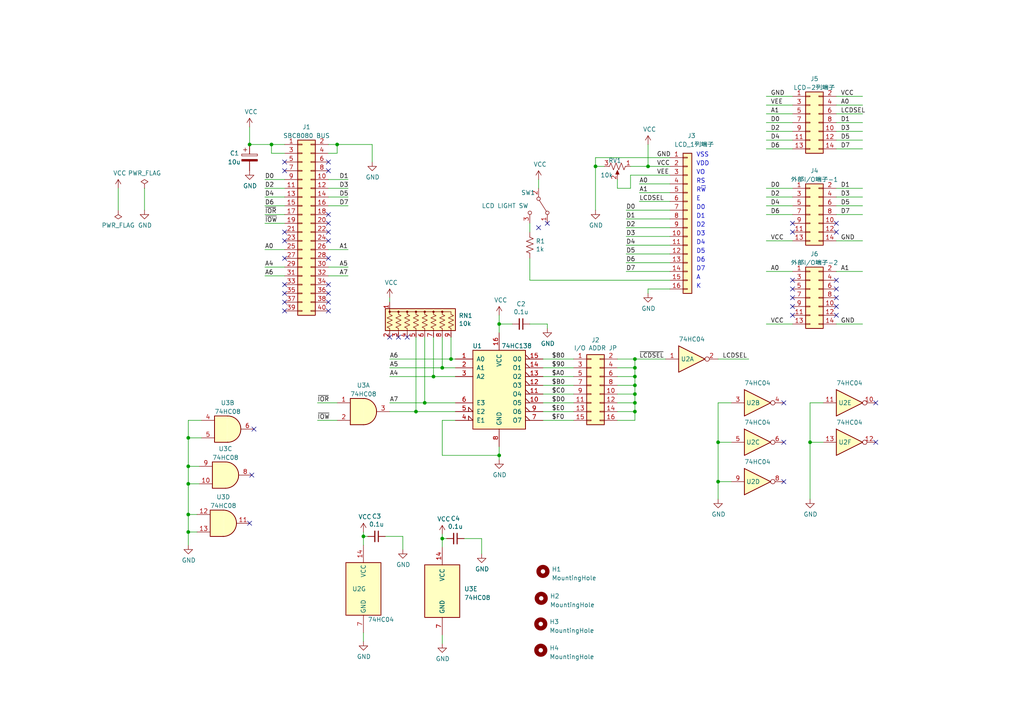
<source format=kicad_sch>
(kicad_sch (version 20230121) (generator eeschema)
  (paper "A4")
  (title_block (title "KZ80 LCD SC1602 BOARD") (date "2023-03-24") (rev "2") (company "KUNI-NET"))
  (lib_symbols
    (symbol "74xx:74HC04"
      (property "Reference" "U" (at 0 1.27 0))
      (property "Value" "74HC04" (at 0 -1.27 0))
      (symbol "74HC04_1_0"
        (pin input line (at -7.62 0 0) (length 3.81) (name "~") (number "1"))
        (pin output inverted (at 7.62 0 180) (length 3.81) (name "~") (number "2"))
      )
      (symbol "74HC04_2_0"
        (pin input line (at -7.62 0 0) (length 3.81) (name "~") (number "3"))
        (pin output inverted (at 7.62 0 180) (length 3.81) (name "~") (number "4"))
      )
      (symbol "74HC04_3_0"
        (pin input line (at -7.62 0 0) (length 3.81) (name "~") (number "5"))
        (pin output inverted (at 7.62 0 180) (length 3.81) (name "~") (number "6"))
      )
      (symbol "74HC04_4_0"
        (pin output inverted (at 7.62 0 180) (length 3.81) (name "~") (number "8"))
        (pin input line (at -7.62 0 0) (length 3.81) (name "~") (number "9"))
      )
      (symbol "74HC04_5_0"
        (pin output inverted (at 7.62 0 180) (length 3.81) (name "~") (number "10"))
        (pin input line (at -7.62 0 0) (length 3.81) (name "~") (number "11"))
      )
      (symbol "74HC04_6_0"
        (pin output inverted (at 7.62 0 180) (length 3.81) (name "~") (number "12"))
        (pin input line (at -7.62 0 0) (length 3.81) (name "~") (number "13"))
      )
      (symbol "74HC04_7_0"
        (pin power_in line (at 0 12.7 270) (length 5.08) (name "VCC") (number "14"))
        (pin power_in line (at 0 -12.7 90) (length 5.08) (name "GND") (number "7"))
      )
    )
    (symbol "74xx:74LS08" (pin_names (offset 1.016))
      (property "Reference" "U" (at 0 1.27 0))
      (property "Value" "74LS08" (at 0 -1.27 0))
      (symbol "74LS08_1_1"
        (pin input line (at -7.62 2.54 0) (length 3.81) (name "~") (number "1"))
        (pin input line (at -7.62 -2.54 0) (length 3.81) (name "~") (number "2"))
        (pin output line (at 7.62 0 180) (length 3.81) (name "~") (number "3"))
      )
      (symbol "74LS08_1_2"
        (pin input inverted (at -7.62 2.54 0) (length 4.318) (name "~") (number "1"))
        (pin input inverted (at -7.62 -2.54 0) (length 4.318) (name "~") (number "2"))
        (pin output inverted (at 7.62 0 180) (length 3.81) (name "~") (number "3"))
      )
      (symbol "74LS08_2_1"
        (pin input line (at -7.62 2.54 0) (length 3.81) (name "~") (number "4"))
        (pin input line (at -7.62 -2.54 0) (length 3.81) (name "~") (number "5"))
        (pin output line (at 7.62 0 180) (length 3.81) (name "~") (number "6"))
      )
      (symbol "74LS08_2_2"
        (pin input inverted (at -7.62 2.54 0) (length 4.318) (name "~") (number "4"))
        (pin input inverted (at -7.62 -2.54 0) (length 4.318) (name "~") (number "5"))
        (pin output inverted (at 7.62 0 180) (length 3.81) (name "~") (number "6"))
      )
      (symbol "74LS08_3_1"
        (pin input line (at -7.62 -2.54 0) (length 3.81) (name "~") (number "10"))
        (pin output line (at 7.62 0 180) (length 3.81) (name "~") (number "8"))
        (pin input line (at -7.62 2.54 0) (length 3.81) (name "~") (number "9"))
      )
      (symbol "74LS08_3_2"
        (pin input inverted (at -7.62 -2.54 0) (length 4.318) (name "~") (number "10"))
        (pin output inverted (at 7.62 0 180) (length 3.81) (name "~") (number "8"))
        (pin input inverted (at -7.62 2.54 0) (length 4.318) (name "~") (number "9"))
      )
      (symbol "74LS08_4_1"
        (pin output line (at 7.62 0 180) (length 3.81) (name "~") (number "11"))
        (pin input line (at -7.62 2.54 0) (length 3.81) (name "~") (number "12"))
        (pin input line (at -7.62 -2.54 0) (length 3.81) (name "~") (number "13"))
      )
      (symbol "74LS08_4_2"
        (pin output inverted (at 7.62 0 180) (length 3.81) (name "~") (number "11"))
        (pin input inverted (at -7.62 2.54 0) (length 4.318) (name "~") (number "12"))
        (pin input inverted (at -7.62 -2.54 0) (length 4.318) (name "~") (number "13"))
      )
      (symbol "74LS08_5_0"
        (pin power_in line (at 0 12.7 270) (length 5.08) (name "VCC") (number "14"))
        (pin power_in line (at 0 -12.7 90) (length 5.08) (name "GND") (number "7"))
      )
    )
    (symbol "74xx:74LS138" (pin_names (offset 1.016))
      (property "Reference" "U" (at -7.62 11.43 0))
      (property "Value" "74LS138" (at -7.62 -13.97 0))
      (symbol "74LS138_1_0"
        (pin input line (at -12.7 7.62 0) (length 5.08) (name "A0") (number "1"))
        (pin output output_low (at 12.7 -5.08 180) (length 5.08) (name "O5") (number "10"))
        (pin output output_low (at 12.7 -2.54 180) (length 5.08) (name "O4") (number "11"))
        (pin output output_low (at 12.7 0 180) (length 5.08) (name "O3") (number "12"))
        (pin output output_low (at 12.7 2.54 180) (length 5.08) (name "O2") (number "13"))
        (pin output output_low (at 12.7 5.08 180) (length 5.08) (name "O1") (number "14"))
        (pin output output_low (at 12.7 7.62 180) (length 5.08) (name "O0") (number "15"))
        (pin power_in line (at 0 15.24 270) (length 5.08) (name "VCC") (number "16"))
        (pin input line (at -12.7 5.08 0) (length 5.08) (name "A1") (number "2"))
        (pin input line (at -12.7 2.54 0) (length 5.08) (name "A2") (number "3"))
        (pin input input_low (at -12.7 -10.16 0) (length 5.08) (name "E1") (number "4"))
        (pin input input_low (at -12.7 -7.62 0) (length 5.08) (name "E2") (number "5"))
        (pin input line (at -12.7 -5.08 0) (length 5.08) (name "E3") (number "6"))
        (pin output output_low (at 12.7 -10.16 180) (length 5.08) (name "O7") (number "7"))
        (pin power_in line (at 0 -17.78 90) (length 5.08) (name "GND") (number "8"))
        (pin output output_low (at 12.7 -7.62 180) (length 5.08) (name "O6") (number "9"))
      )
    )
    (symbol "Connector_Generic:Conn_01x16" (pin_names (offset 1.016) hide)
      (property "Reference" "J" (at 0 20.32 0))
      (property "Value" "Conn_01x16" (at 0 -22.86 0))
      (symbol "Conn_01x16_1_1"
        (pin passive line (at -5.08 17.78 0) (length 3.81) (name "Pin_1") (number "1"))
        (pin passive line (at -5.08 -5.08 0) (length 3.81) (name "Pin_10") (number "10"))
        (pin passive line (at -5.08 -7.62 0) (length 3.81) (name "Pin_11") (number "11"))
        (pin passive line (at -5.08 -10.16 0) (length 3.81) (name "Pin_12") (number "12"))
        (pin passive line (at -5.08 -12.7 0) (length 3.81) (name "Pin_13") (number "13"))
        (pin passive line (at -5.08 -15.24 0) (length 3.81) (name "Pin_14") (number "14"))
        (pin passive line (at -5.08 -17.78 0) (length 3.81) (name "Pin_15") (number "15"))
        (pin passive line (at -5.08 -20.32 0) (length 3.81) (name "Pin_16") (number "16"))
        (pin passive line (at -5.08 15.24 0) (length 3.81) (name "Pin_2") (number "2"))
        (pin passive line (at -5.08 12.7 0) (length 3.81) (name "Pin_3") (number "3"))
        (pin passive line (at -5.08 10.16 0) (length 3.81) (name "Pin_4") (number "4"))
        (pin passive line (at -5.08 7.62 0) (length 3.81) (name "Pin_5") (number "5"))
        (pin passive line (at -5.08 5.08 0) (length 3.81) (name "Pin_6") (number "6"))
        (pin passive line (at -5.08 2.54 0) (length 3.81) (name "Pin_7") (number "7"))
        (pin passive line (at -5.08 0 0) (length 3.81) (name "Pin_8") (number "8"))
        (pin passive line (at -5.08 -2.54 0) (length 3.81) (name "Pin_9") (number "9"))
      )
    )
    (symbol "Connector_Generic:Conn_02x07_Odd_Even" (pin_names (offset 1.016) hide)
      (property "Reference" "J" (at 1.27 10.16 0))
      (property "Value" "Conn_02x07_Odd_Even" (at 1.27 -10.16 0))
      (symbol "Conn_02x07_Odd_Even_1_1"
        (pin passive line (at -5.08 7.62 0) (length 3.81) (name "Pin_1") (number "1"))
        (pin passive line (at 7.62 -2.54 180) (length 3.81) (name "Pin_10") (number "10"))
        (pin passive line (at -5.08 -5.08 0) (length 3.81) (name "Pin_11") (number "11"))
        (pin passive line (at 7.62 -5.08 180) (length 3.81) (name "Pin_12") (number "12"))
        (pin passive line (at -5.08 -7.62 0) (length 3.81) (name "Pin_13") (number "13"))
        (pin passive line (at 7.62 -7.62 180) (length 3.81) (name "Pin_14") (number "14"))
        (pin passive line (at 7.62 7.62 180) (length 3.81) (name "Pin_2") (number "2"))
        (pin passive line (at -5.08 5.08 0) (length 3.81) (name "Pin_3") (number "3"))
        (pin passive line (at 7.62 5.08 180) (length 3.81) (name "Pin_4") (number "4"))
        (pin passive line (at -5.08 2.54 0) (length 3.81) (name "Pin_5") (number "5"))
        (pin passive line (at 7.62 2.54 180) (length 3.81) (name "Pin_6") (number "6"))
        (pin passive line (at -5.08 0 0) (length 3.81) (name "Pin_7") (number "7"))
        (pin passive line (at 7.62 0 180) (length 3.81) (name "Pin_8") (number "8"))
        (pin passive line (at -5.08 -2.54 0) (length 3.81) (name "Pin_9") (number "9"))
      )
    )
    (symbol "Connector_Generic:Conn_02x08_Odd_Even" (pin_names (offset 1.016) hide)
      (property "Reference" "J" (at 1.27 10.16 0))
      (property "Value" "Conn_02x08_Odd_Even" (at 1.27 -12.7 0))
      (symbol "Conn_02x08_Odd_Even_1_1"
        (pin passive line (at -5.08 7.62 0) (length 3.81) (name "Pin_1") (number "1"))
        (pin passive line (at 7.62 -2.54 180) (length 3.81) (name "Pin_10") (number "10"))
        (pin passive line (at -5.08 -5.08 0) (length 3.81) (name "Pin_11") (number "11"))
        (pin passive line (at 7.62 -5.08 180) (length 3.81) (name "Pin_12") (number "12"))
        (pin passive line (at -5.08 -7.62 0) (length 3.81) (name "Pin_13") (number "13"))
        (pin passive line (at 7.62 -7.62 180) (length 3.81) (name "Pin_14") (number "14"))
        (pin passive line (at -5.08 -10.16 0) (length 3.81) (name "Pin_15") (number "15"))
        (pin passive line (at 7.62 -10.16 180) (length 3.81) (name "Pin_16") (number "16"))
        (pin passive line (at 7.62 7.62 180) (length 3.81) (name "Pin_2") (number "2"))
        (pin passive line (at -5.08 5.08 0) (length 3.81) (name "Pin_3") (number "3"))
        (pin passive line (at 7.62 5.08 180) (length 3.81) (name "Pin_4") (number "4"))
        (pin passive line (at -5.08 2.54 0) (length 3.81) (name "Pin_5") (number "5"))
        (pin passive line (at 7.62 2.54 180) (length 3.81) (name "Pin_6") (number "6"))
        (pin passive line (at -5.08 0 0) (length 3.81) (name "Pin_7") (number "7"))
        (pin passive line (at 7.62 0 180) (length 3.81) (name "Pin_8") (number "8"))
        (pin passive line (at -5.08 -2.54 0) (length 3.81) (name "Pin_9") (number "9"))
      )
    )
    (symbol "Connector_Generic:Conn_02x20_Odd_Even" (pin_names (offset 1.016) hide)
      (property "Reference" "J" (at 1.27 25.4 0))
      (property "Value" "Conn_02x20_Odd_Even" (at 1.27 -27.94 0))
      (symbol "Conn_02x20_Odd_Even_1_1"
        (pin passive line (at -5.08 22.86 0) (length 3.81) (name "Pin_1") (number "1"))
        (pin passive line (at 7.62 12.7 180) (length 3.81) (name "Pin_10") (number "10"))
        (pin passive line (at -5.08 10.16 0) (length 3.81) (name "Pin_11") (number "11"))
        (pin passive line (at 7.62 10.16 180) (length 3.81) (name "Pin_12") (number "12"))
        (pin passive line (at -5.08 7.62 0) (length 3.81) (name "Pin_13") (number "13"))
        (pin passive line (at 7.62 7.62 180) (length 3.81) (name "Pin_14") (number "14"))
        (pin passive line (at -5.08 5.08 0) (length 3.81) (name "Pin_15") (number "15"))
        (pin passive line (at 7.62 5.08 180) (length 3.81) (name "Pin_16") (number "16"))
        (pin passive line (at -5.08 2.54 0) (length 3.81) (name "Pin_17") (number "17"))
        (pin passive line (at 7.62 2.54 180) (length 3.81) (name "Pin_18") (number "18"))
        (pin passive line (at -5.08 0 0) (length 3.81) (name "Pin_19") (number "19"))
        (pin passive line (at 7.62 22.86 180) (length 3.81) (name "Pin_2") (number "2"))
        (pin passive line (at 7.62 0 180) (length 3.81) (name "Pin_20") (number "20"))
        (pin passive line (at -5.08 -2.54 0) (length 3.81) (name "Pin_21") (number "21"))
        (pin passive line (at 7.62 -2.54 180) (length 3.81) (name "Pin_22") (number "22"))
        (pin passive line (at -5.08 -5.08 0) (length 3.81) (name "Pin_23") (number "23"))
        (pin passive line (at 7.62 -5.08 180) (length 3.81) (name "Pin_24") (number "24"))
        (pin passive line (at -5.08 -7.62 0) (length 3.81) (name "Pin_25") (number "25"))
        (pin passive line (at 7.62 -7.62 180) (length 3.81) (name "Pin_26") (number "26"))
        (pin passive line (at -5.08 -10.16 0) (length 3.81) (name "Pin_27") (number "27"))
        (pin passive line (at 7.62 -10.16 180) (length 3.81) (name "Pin_28") (number "28"))
        (pin passive line (at -5.08 -12.7 0) (length 3.81) (name "Pin_29") (number "29"))
        (pin passive line (at -5.08 20.32 0) (length 3.81) (name "Pin_3") (number "3"))
        (pin passive line (at 7.62 -12.7 180) (length 3.81) (name "Pin_30") (number "30"))
        (pin passive line (at -5.08 -15.24 0) (length 3.81) (name "Pin_31") (number "31"))
        (pin passive line (at 7.62 -15.24 180) (length 3.81) (name "Pin_32") (number "32"))
        (pin passive line (at -5.08 -17.78 0) (length 3.81) (name "Pin_33") (number "33"))
        (pin passive line (at 7.62 -17.78 180) (length 3.81) (name "Pin_34") (number "34"))
        (pin passive line (at -5.08 -20.32 0) (length 3.81) (name "Pin_35") (number "35"))
        (pin passive line (at 7.62 -20.32 180) (length 3.81) (name "Pin_36") (number "36"))
        (pin passive line (at -5.08 -22.86 0) (length 3.81) (name "Pin_37") (number "37"))
        (pin passive line (at 7.62 -22.86 180) (length 3.81) (name "Pin_38") (number "38"))
        (pin passive line (at -5.08 -25.4 0) (length 3.81) (name "Pin_39") (number "39"))
        (pin passive line (at 7.62 20.32 180) (length 3.81) (name "Pin_4") (number "4"))
        (pin passive line (at 7.62 -25.4 180) (length 3.81) (name "Pin_40") (number "40"))
        (pin passive line (at -5.08 17.78 0) (length 3.81) (name "Pin_5") (number "5"))
        (pin passive line (at 7.62 17.78 180) (length 3.81) (name "Pin_6") (number "6"))
        (pin passive line (at -5.08 15.24 0) (length 3.81) (name "Pin_7") (number "7"))
        (pin passive line (at 7.62 15.24 180) (length 3.81) (name "Pin_8") (number "8"))
        (pin passive line (at -5.08 12.7 0) (length 3.81) (name "Pin_9") (number "9"))
      )
    )
    (symbol "Device:C_Small" (pin_numbers hide) (pin_names (offset 0.254) hide)
      (property "Reference" "C" (at 0.254 1.778 0))
      (property "Value" "C_Small" (at 0.254 -2.032 0))
      (symbol "C_Small_1_1"
        (pin passive line (at 0 2.54 270) (length 2.032) (name "~") (number "1"))
        (pin passive line (at 0 -2.54 90) (length 2.032) (name "~") (number "2"))
      )
    )
    (symbol "Device:R_Network08_US" (pin_names (offset 0) hide)
      (property "Reference" "RN" (at -12.7 0 90))
      (property "Value" "R_Network08_US" (at 10.16 0 90))
      (symbol "R_Network08_US_1_1"
        (pin passive line (at -10.16 5.08 270) (length 2.54) (name "common") (number "1"))
        (pin passive line (at -10.16 -5.08 90) (length 1.27) (name "R1") (number "2"))
        (pin passive line (at -7.62 -5.08 90) (length 1.27) (name "R2") (number "3"))
        (pin passive line (at -5.08 -5.08 90) (length 1.27) (name "R3") (number "4"))
        (pin passive line (at -2.54 -5.08 90) (length 1.27) (name "R4") (number "5"))
        (pin passive line (at 0 -5.08 90) (length 1.27) (name "R5") (number "6"))
        (pin passive line (at 2.54 -5.08 90) (length 1.27) (name "R6") (number "7"))
        (pin passive line (at 5.08 -5.08 90) (length 1.27) (name "R7") (number "8"))
        (pin passive line (at 7.62 -5.08 90) (length 1.27) (name "R8") (number "9"))
      )
    )
    (symbol "Device:R_US" (pin_numbers hide) (pin_names (offset 0))
      (property "Reference" "R" (at 2.54 0 90))
      (property "Value" "R_US" (at -2.54 0 90))
      (symbol "R_US_1_1"
        (pin passive line (at 0 3.81 270) (length 1.27) (name "~") (number "1"))
        (pin passive line (at 0 -3.81 90) (length 1.27) (name "~") (number "2"))
      )
    )
    (symbol "Mechanical:MountingHole" (pin_names (offset 1.016))
      (property "Reference" "H" (at 0 5.08 0))
      (property "Value" "MountingHole" (at 0 3.175 0))
    )
    (symbol "PC8001-SC1602-rescue:CP-Device" (pin_numbers hide) (pin_names (offset 0.254))
      (property "Reference" "C" (at 0.635 2.54 0))
      (property "Value" "Device_CP" (at 0.635 -2.54 0))
      (symbol "CP-Device_1_1"
        (pin passive line (at 0 3.81 270) (length 2.794) (name "~") (number "1"))
        (pin passive line (at 0 -3.81 90) (length 2.794) (name "~") (number "2"))
      )
    )
    (symbol "PC8001-SC1602-rescue:R_POT_US-Device" (pin_names (offset 1.016) hide)
      (property "Reference" "RV" (at -4.445 0 90))
      (property "Value" "Device_R_POT_US" (at -2.54 0 90))
      (symbol "R_POT_US-Device_1_1"
        (pin passive line (at 0 3.81 270) (length 1.27) (name "1") (number "1"))
        (pin passive line (at 3.81 0 180) (length 1.27) (name "2") (number "2"))
        (pin passive line (at 0 -3.81 90) (length 1.27) (name "3") (number "3"))
      )
    )
    (symbol "Switch:SW_SPDT" (pin_names (offset 0) hide)
      (property "Reference" "SW" (at 0 4.318 0))
      (property "Value" "SW_SPDT" (at 0 -5.08 0))
      (symbol "SW_SPDT_1_1"
        (pin passive line (at 5.08 2.54 180) (length 2.54) (name "A") (number "1"))
        (pin passive line (at -5.08 0 0) (length 2.54) (name "B") (number "2"))
        (pin passive line (at 5.08 -2.54 180) (length 2.54) (name "C") (number "3"))
      )
    )
    (symbol "power:GND" (power) (pin_names (offset 0))
      (property "Value" "GND" (at 0 -3.81 0))
      (symbol "GND_1_1"
        (pin power_in line (at 0 0 270) (length 0) hide (name "GND") (number "1"))
      )
    )
    (symbol "power:PWR_FLAG" (power) (pin_numbers hide) (pin_names (offset 0) hide)
      (property "Value" "PWR_FLAG" (at 0 3.81 0))
      (symbol "PWR_FLAG_0_0"
        (pin power_out line (at 0 0 90) (length 0) (name "pwr") (number "1"))
      )
    )
    (symbol "power:VCC" (power) (pin_names (offset 0))
      (property "Value" "VCC" (at 0 3.81 0))
      (symbol "VCC_1_1"
        (pin power_in line (at 0 0 90) (length 0) hide (name "VCC") (number "1"))
      )
    )
  )
  (junction (at 54.61 154.305))
  (junction (at 184.15 104.14))
  (junction (at 184.15 114.3))
  (junction (at 105.41 155.575))
  (junction (at 54.61 135.255))
  (junction (at 187.96 48.26))
  (junction (at 97.79 41.91))
  (junction (at 144.78 132.08))
  (junction (at 128.27 106.68))
  (junction (at 123.19 116.84))
  (junction (at 130.81 104.14))
  (junction (at 234.95 128.27))
  (junction (at 54.61 149.225))
  (junction (at 54.61 127))
  (junction (at 184.15 116.84))
  (junction (at 72.39 41.91))
  (junction (at 208.28 139.7))
  (junction (at 184.15 109.22))
  (junction (at 78.74 41.91))
  (junction (at 128.27 156.21))
  (junction (at 120.65 119.38))
  (junction (at 208.28 128.27))
  (junction (at 54.61 140.335))
  (junction (at 172.72 48.26))
  (junction (at 144.78 93.98))
  (junction (at 184.15 106.68))
  (junction (at 184.15 111.76))
  (junction (at 125.73 109.22))
  (junction (at 184.15 119.38))
  (no_connect (at 242.57 64.77))
  (no_connect (at 95.25 85.09))
  (no_connect (at 242.57 86.36))
  (no_connect (at 254 128.27))
  (no_connect (at 254 116.84))
  (no_connect (at 82.55 46.99))
  (no_connect (at 229.87 86.36))
  (no_connect (at 229.87 67.31))
  (no_connect (at 242.57 88.9))
  (no_connect (at 227.33 128.27))
  (no_connect (at 118.11 97.79))
  (no_connect (at 158.75 64.77))
  (no_connect (at 242.57 91.44))
  (no_connect (at 72.39 151.765))
  (no_connect (at 95.25 49.53))
  (no_connect (at 229.87 91.44))
  (no_connect (at 242.57 67.31))
  (no_connect (at 95.25 67.31))
  (no_connect (at 227.33 116.84))
  (no_connect (at 82.55 90.17))
  (no_connect (at 82.55 69.85))
  (no_connect (at 229.87 64.77))
  (no_connect (at 95.25 87.63))
  (no_connect (at 229.87 83.82))
  (no_connect (at 156.21 66.04))
  (no_connect (at 115.57 97.79))
  (no_connect (at 227.33 139.7))
  (no_connect (at 82.55 67.31))
  (no_connect (at 95.25 64.77))
  (no_connect (at 229.87 81.28))
  (no_connect (at 82.55 87.63))
  (no_connect (at 82.55 85.09))
  (no_connect (at 95.25 74.93))
  (no_connect (at 95.25 62.23))
  (no_connect (at 82.55 74.93))
  (no_connect (at 73.025 137.795))
  (no_connect (at 95.25 46.99))
  (no_connect (at 82.55 82.55))
  (no_connect (at 113.03 97.79))
  (no_connect (at 73.66 124.46))
  (no_connect (at 95.25 69.85))
  (no_connect (at 82.55 49.53))
  (no_connect (at 242.57 83.82))
  (no_connect (at 95.25 82.55))
  (no_connect (at 95.25 90.17))
  (no_connect (at 242.57 81.28))
  (no_connect (at 229.87 88.9))
  (wire (pts (xy 182.88 48.26) (xy 187.96 48.26)))
  (wire (pts (xy 187.96 41.91) (xy 187.96 48.26)))
  (wire (pts (xy 242.57 62.23) (xy 250.19 62.23)))
  (wire (pts (xy 78.74 41.91) (xy 78.74 44.45)))
  (wire (pts (xy 234.95 116.84) (xy 238.76 116.84)))
  (wire (pts (xy 95.25 52.07) (xy 100.965 52.07)))
  (wire (pts (xy 184.15 104.14) (xy 193.04 104.14)))
  (wire (pts (xy 76.835 72.39) (xy 82.55 72.39)))
  (wire (pts (xy 76.835 57.15) (xy 82.55 57.15)))
  (wire (pts (xy 184.15 111.76) (xy 184.15 114.3)))
  (wire (pts (xy 182.88 50.8) (xy 194.31 50.8)))
  (wire (pts (xy 172.72 48.26) (xy 172.72 45.72)))
  (wire (pts (xy 242.57 40.64) (xy 250.19 40.64)))
  (wire (pts (xy 208.28 116.84) (xy 208.28 128.27)))
  (wire (pts (xy 179.07 119.38) (xy 184.15 119.38)))
  (wire (pts (xy 157.48 114.3) (xy 166.37 114.3)))
  (wire (pts (xy 113.03 106.68) (xy 128.27 106.68)))
  (wire (pts (xy 95.25 80.01) (xy 100.965 80.01)))
  (wire (pts (xy 181.61 73.66) (xy 194.31 73.66)))
  (wire (pts (xy 222.25 30.48) (xy 229.87 30.48)))
  (wire (pts (xy 242.57 69.85) (xy 250.19 69.85)))
  (wire (pts (xy 222.25 93.98) (xy 229.87 93.98)))
  (wire (pts (xy 128.27 121.92) (xy 132.08 121.92)))
  (wire (pts (xy 34.29 54.61) (xy 34.29 60.96)))
  (wire (pts (xy 184.15 114.3) (xy 184.15 116.84)))
  (wire (pts (xy 222.25 38.1) (xy 229.87 38.1)))
  (wire (pts (xy 92.075 116.84) (xy 97.79 116.84)))
  (wire (pts (xy 172.72 48.26) (xy 172.72 60.96)))
  (wire (pts (xy 120.65 119.38) (xy 132.08 119.38)))
  (wire (pts (xy 222.25 62.23) (xy 229.87 62.23)))
  (wire (pts (xy 92.075 121.92) (xy 97.79 121.92)))
  (wire (pts (xy 41.91 54.61) (xy 41.91 60.96)))
  (wire (pts (xy 184.15 116.84) (xy 184.15 119.38)))
  (wire (pts (xy 242.57 33.02) (xy 250.19 33.02)))
  (wire (pts (xy 184.15 109.22) (xy 184.15 111.76)))
  (wire (pts (xy 128.27 158.75) (xy 128.27 156.21)))
  (wire (pts (xy 113.03 109.22) (xy 125.73 109.22)))
  (wire (pts (xy 105.41 158.115) (xy 105.41 155.575)))
  (wire (pts (xy 125.73 97.79) (xy 125.73 109.22)))
  (wire (pts (xy 184.15 104.14) (xy 184.15 106.68)))
  (wire (pts (xy 125.73 109.22) (xy 132.08 109.22)))
  (wire (pts (xy 234.95 128.27) (xy 234.95 144.78)))
  (wire (pts (xy 185.42 55.88) (xy 194.31 55.88)))
  (wire (pts (xy 222.25 59.69) (xy 229.87 59.69)))
  (wire (pts (xy 185.42 53.34) (xy 194.31 53.34)))
  (wire (pts (xy 95.25 72.39) (xy 100.965 72.39)))
  (wire (pts (xy 242.57 93.98) (xy 250.19 93.98)))
  (wire (pts (xy 134.62 156.21) (xy 139.7 156.21)))
  (wire (pts (xy 179.07 114.3) (xy 184.15 114.3)))
  (wire (pts (xy 181.61 60.96) (xy 194.31 60.96)))
  (wire (pts (xy 182.88 54.61) (xy 182.88 50.8)))
  (wire (pts (xy 179.07 116.84) (xy 184.15 116.84)))
  (wire (pts (xy 181.61 68.58) (xy 194.31 68.58)))
  (wire (pts (xy 128.27 97.79) (xy 128.27 106.68)))
  (wire (pts (xy 128.27 106.68) (xy 132.08 106.68)))
  (wire (pts (xy 97.79 41.91) (xy 107.95 41.91)))
  (wire (pts (xy 187.96 85.09) (xy 187.96 83.82)))
  (wire (pts (xy 54.61 135.255) (xy 57.785 135.255)))
  (wire (pts (xy 95.25 44.45) (xy 97.79 44.45)))
  (wire (pts (xy 157.48 119.38) (xy 166.37 119.38)))
  (wire (pts (xy 95.25 57.15) (xy 100.965 57.15)))
  (wire (pts (xy 54.61 127) (xy 58.42 127)))
  (wire (pts (xy 54.61 154.305) (xy 57.15 154.305)))
  (wire (pts (xy 95.25 59.69) (xy 100.965 59.69)))
  (wire (pts (xy 208.28 128.27) (xy 208.28 139.7)))
  (wire (pts (xy 123.19 116.84) (xy 132.08 116.84)))
  (wire (pts (xy 222.25 57.15) (xy 229.87 57.15)))
  (wire (pts (xy 54.61 135.255) (xy 54.61 127)))
  (wire (pts (xy 76.835 77.47) (xy 82.55 77.47)))
  (wire (pts (xy 54.61 149.225) (xy 57.15 149.225)))
  (wire (pts (xy 222.25 78.74) (xy 229.87 78.74)))
  (wire (pts (xy 179.07 54.61) (xy 182.88 54.61)))
  (wire (pts (xy 54.61 140.335) (xy 54.61 135.255)))
  (wire (pts (xy 153.67 74.93) (xy 153.67 81.28)))
  (wire (pts (xy 242.57 54.61) (xy 250.19 54.61)))
  (wire (pts (xy 76.835 54.61) (xy 82.55 54.61)))
  (wire (pts (xy 95.25 54.61) (xy 100.965 54.61)))
  (wire (pts (xy 153.67 64.77) (xy 153.67 67.31)))
  (wire (pts (xy 130.81 104.14) (xy 132.08 104.14)))
  (wire (pts (xy 78.74 41.91) (xy 82.55 41.91)))
  (wire (pts (xy 181.61 66.04) (xy 194.31 66.04)))
  (wire (pts (xy 208.28 128.27) (xy 212.09 128.27)))
  (wire (pts (xy 179.07 111.76) (xy 184.15 111.76)))
  (wire (pts (xy 54.61 121.92) (xy 58.42 121.92)))
  (wire (pts (xy 128.27 156.21) (xy 129.54 156.21)))
  (wire (pts (xy 95.25 77.47) (xy 100.965 77.47)))
  (wire (pts (xy 128.27 132.08) (xy 128.27 121.92)))
  (wire (pts (xy 179.07 109.22) (xy 184.15 109.22)))
  (wire (pts (xy 113.03 104.14) (xy 130.81 104.14)))
  (wire (pts (xy 95.25 41.91) (xy 97.79 41.91)))
  (wire (pts (xy 76.835 59.69) (xy 82.55 59.69)))
  (wire (pts (xy 222.25 54.61) (xy 229.87 54.61)))
  (wire (pts (xy 156.21 52.07) (xy 156.21 54.61)))
  (wire (pts (xy 184.15 119.38) (xy 184.15 121.92)))
  (wire (pts (xy 144.78 129.54) (xy 144.78 132.08)))
  (wire (pts (xy 76.835 52.07) (xy 82.55 52.07)))
  (wire (pts (xy 153.67 81.28) (xy 194.31 81.28)))
  (wire (pts (xy 184.15 106.68) (xy 184.15 109.22)))
  (wire (pts (xy 54.61 140.335) (xy 57.785 140.335)))
  (wire (pts (xy 234.95 128.27) (xy 238.76 128.27)))
  (wire (pts (xy 185.42 58.42) (xy 194.31 58.42)))
  (wire (pts (xy 242.57 38.1) (xy 250.19 38.1)))
  (wire (pts (xy 105.41 183.515) (xy 105.41 186.055)))
  (wire (pts (xy 234.95 116.84) (xy 234.95 128.27)))
  (wire (pts (xy 78.74 44.45) (xy 82.55 44.45)))
  (wire (pts (xy 172.72 45.72) (xy 194.31 45.72)))
  (wire (pts (xy 179.07 106.68) (xy 184.15 106.68)))
  (wire (pts (xy 181.61 63.5) (xy 194.31 63.5)))
  (wire (pts (xy 157.48 106.68) (xy 166.37 106.68)))
  (wire (pts (xy 113.03 116.84) (xy 123.19 116.84)))
  (wire (pts (xy 54.61 127) (xy 54.61 121.92)))
  (wire (pts (xy 157.48 111.76) (xy 166.37 111.76)))
  (wire (pts (xy 120.65 97.79) (xy 120.65 119.38)))
  (wire (pts (xy 181.61 71.12) (xy 194.31 71.12)))
  (wire (pts (xy 158.75 93.98) (xy 158.75 95.25)))
  (wire (pts (xy 222.25 35.56) (xy 229.87 35.56)))
  (wire (pts (xy 222.25 27.94) (xy 229.87 27.94)))
  (wire (pts (xy 76.835 80.01) (xy 82.55 80.01)))
  (wire (pts (xy 54.61 154.305) (xy 54.61 149.225)))
  (wire (pts (xy 187.96 83.82) (xy 194.31 83.82)))
  (wire (pts (xy 144.78 132.08) (xy 144.78 133.35)))
  (wire (pts (xy 54.61 149.225) (xy 54.61 140.335)))
  (wire (pts (xy 76.835 64.77) (xy 82.55 64.77)))
  (wire (pts (xy 157.48 116.84) (xy 166.37 116.84)))
  (wire (pts (xy 157.48 104.14) (xy 166.37 104.14)))
  (wire (pts (xy 242.57 78.74) (xy 250.19 78.74)))
  (wire (pts (xy 111.76 155.575) (xy 116.84 155.575)))
  (wire (pts (xy 128.27 154.94) (xy 128.27 156.21)))
  (wire (pts (xy 242.57 27.94) (xy 250.19 27.94)))
  (wire (pts (xy 208.28 116.84) (xy 212.09 116.84)))
  (wire (pts (xy 139.7 156.21) (xy 139.7 160.655)))
  (wire (pts (xy 222.25 43.18) (xy 229.87 43.18)))
  (wire (pts (xy 153.67 93.98) (xy 158.75 93.98)))
  (wire (pts (xy 184.15 121.92) (xy 179.07 121.92)))
  (wire (pts (xy 144.78 93.98) (xy 148.59 93.98)))
  (wire (pts (xy 97.79 44.45) (xy 97.79 41.91)))
  (wire (pts (xy 144.78 132.08) (xy 128.27 132.08)))
  (wire (pts (xy 113.03 86.36) (xy 113.03 87.63)))
  (wire (pts (xy 222.25 40.64) (xy 229.87 40.64)))
  (wire (pts (xy 157.48 121.92) (xy 166.37 121.92)))
  (wire (pts (xy 208.28 139.7) (xy 208.28 144.78)))
  (wire (pts (xy 187.96 48.26) (xy 194.31 48.26)))
  (wire (pts (xy 105.41 154.305) (xy 105.41 155.575)))
  (wire (pts (xy 113.03 119.38) (xy 120.65 119.38)))
  (wire (pts (xy 208.28 139.7) (xy 212.09 139.7)))
  (wire (pts (xy 105.41 155.575) (xy 106.68 155.575)))
  (wire (pts (xy 179.07 52.07) (xy 179.07 54.61)))
  (wire (pts (xy 130.81 97.79) (xy 130.81 104.14)))
  (wire (pts (xy 181.61 78.74) (xy 194.31 78.74)))
  (wire (pts (xy 208.28 104.14) (xy 217.17 104.14)))
  (wire (pts (xy 242.57 59.69) (xy 250.19 59.69)))
  (wire (pts (xy 242.57 35.56) (xy 250.19 35.56)))
  (wire (pts (xy 144.78 93.98) (xy 144.78 96.52)))
  (wire (pts (xy 123.19 97.79) (xy 123.19 116.84)))
  (wire (pts (xy 128.27 184.15) (xy 128.27 186.69)))
  (wire (pts (xy 181.61 76.2) (xy 194.31 76.2)))
  (wire (pts (xy 54.61 158.115) (xy 54.61 154.305)))
  (wire (pts (xy 157.48 109.22) (xy 166.37 109.22)))
  (wire (pts (xy 242.57 43.18) (xy 250.19 43.18)))
  (wire (pts (xy 72.39 36.83) (xy 72.39 41.91)))
  (wire (pts (xy 175.26 48.26) (xy 172.72 48.26)))
  (wire (pts (xy 242.57 57.15) (xy 250.19 57.15)))
  (wire (pts (xy 107.95 41.91) (xy 107.95 46.99)))
  (wire (pts (xy 76.835 62.23) (xy 82.55 62.23)))
  (wire (pts (xy 72.39 41.91) (xy 78.74 41.91)))
  (wire (pts (xy 222.25 33.02) (xy 229.87 33.02)))
  (wire (pts (xy 144.78 91.44) (xy 144.78 93.98)))
  (wire (pts (xy 116.84 155.575) (xy 116.84 159.385)))
  (wire (pts (xy 179.07 104.14) (xy 184.15 104.14)))
  (wire (pts (xy 242.57 30.48) (xy 250.19 30.48)))
  (wire (pts (xy 222.25 69.85) (xy 229.87 69.85)))
  (text "D1" (at 201.93 63.5 0) (effects (font (size 1.27 1.27)) (justify left bottom)))
  (text "RS" (at 201.93 53.34 0) (effects (font (size 1.27 1.27)) (justify left bottom)))
  (text "D5" (at 201.93 73.66 0) (effects (font (size 1.27 1.27)) (justify left bottom)))
  (text "D2" (at 201.93 66.04 0) (effects (font (size 1.27 1.27)) (justify left bottom)))
  (text "A" (at 201.93 81.28 0) (effects (font (size 1.27 1.27)) (justify left bottom)))
  (text "VSS" (at 201.93 45.72 0) (effects (font (size 1.27 1.27)) (justify left bottom)))
  (text "D3" (at 201.93 68.58 0) (effects (font (size 1.27 1.27)) (justify left bottom)))
  (text "VO" (at 201.93 50.8 0) (effects (font (size 1.27 1.27)) (justify left bottom)))
  (text "D6" (at 201.93 76.2 0) (effects (font (size 1.27 1.27)) (justify left bottom)))
  (text "K" (at 201.93 83.82 0) (effects (font (size 1.27 1.27)) (justify left bottom)))
  (text "VDD" (at 201.93 48.26 0) (effects (font (size 1.27 1.27)) (justify left bottom)))
  (text "D4" (at 201.93 71.12 0) (effects (font (size 1.27 1.27)) (justify left bottom)))
  (text "D7" (at 201.93 78.74 0) (effects (font (size 1.27 1.27)) (justify left bottom)))
  (text "R~{W}" (at 201.93 55.88 0) (effects (font (size 1.27 1.27)) (justify left bottom)))
  (text "E" (at 201.93 58.42 0) (effects (font (size 1.27 1.27)) (justify left bottom)))
  (text "D0" (at 201.93 60.96 0) (effects (font (size 1.27 1.27)) (justify left bottom)))
  (label "D1" (at 243.84 35.56 0))
  (label "~{LCDSEL}" (at 185.42 104.14 0))
  (label "D6" (at 181.61 76.2 0))
  (label "D7" (at 243.84 43.18 0))
  (label "D3" (at 181.61 68.58 0))
  (label "D4" (at 223.52 59.69 0))
  (label "D1" (at 98.425 52.07 0))
  (label "~{IOW}" (at 92.075 121.92 0))
  (label "~{IOR}" (at 76.835 62.23 0))
  (label "A0" (at 185.42 53.34 0))
  (label "D5" (at 98.425 57.15 0))
  (label "VEE" (at 223.52 30.48 0))
  (label "$F0" (at 160.02 121.92 0))
  (label "A7" (at 98.425 80.01 0))
  (label "A0" (at 223.52 78.74 0))
  (label "VCC" (at 190.5 48.26 0))
  (label "D2" (at 181.61 66.04 0))
  (label "VCC" (at 243.84 27.94 0))
  (label "D6" (at 223.52 62.23 0))
  (label "$B0" (at 160.02 111.76 0))
  (label "D6" (at 76.835 59.69 0))
  (label "D2" (at 76.835 54.61 0))
  (label "LCDSEL" (at 209.55 104.14 0))
  (label "LCDSEL" (at 185.42 58.42 0))
  (label "$E0" (at 160.02 119.38 0))
  (label "~{IOW}" (at 76.835 64.77 0))
  (label "A1" (at 185.42 55.88 0))
  (label "D5" (at 243.84 40.64 0))
  (label "$90" (at 160.02 106.68 0))
  (label "A1" (at 98.425 72.39 0))
  (label "D3" (at 98.425 54.61 0))
  (label "A0" (at 243.84 30.48 0))
  (label "D2" (at 223.52 57.15 0))
  (label "$D0" (at 160.02 116.84 0))
  (label "GND" (at 243.84 93.98 0))
  (label "D4" (at 181.61 71.12 0))
  (label "A1" (at 223.52 33.02 0))
  (label "D0" (at 223.52 54.61 0))
  (label "D5" (at 243.84 59.69 0))
  (label "A6" (at 76.835 80.01 0))
  (label "A1" (at 243.84 78.74 0))
  (label "D1" (at 181.61 63.5 0))
  (label "LCDSEL" (at 243.84 33.02 0))
  (label "A4" (at 113.03 109.22 0))
  (label "GND" (at 223.52 27.94 0))
  (label "A4" (at 76.835 77.47 0))
  (label "D0" (at 223.52 35.56 0))
  (label "D2" (at 223.52 38.1 0))
  (label "D6" (at 223.52 43.18 0))
  (label "D1" (at 243.84 54.61 0))
  (label "GND" (at 190.5 45.72 0))
  (label "VEE" (at 190.5 50.8 0))
  (label "$80" (at 160.02 104.14 0))
  (label "A5" (at 98.425 77.47 0))
  (label "D4" (at 76.835 57.15 0))
  (label "GND" (at 243.84 69.85 0))
  (label "A6" (at 113.03 104.14 0))
  (label "$C0" (at 160.02 114.3 0))
  (label "A0" (at 76.835 72.39 0))
  (label "VCC" (at 223.52 93.98 0))
  (label "VCC" (at 223.52 69.85 0))
  (label "D7" (at 98.425 59.69 0))
  (label "D7" (at 181.61 78.74 0))
  (label "A5" (at 113.03 106.68 0))
  (label "~{IOR}" (at 92.075 116.84 0))
  (label "D0" (at 76.835 52.07 0))
  (label "D7" (at 243.84 62.23 0))
  (label "$A0" (at 160.02 109.22 0))
  (label "A7" (at 113.03 116.84 0))
  (label "D4" (at 223.52 40.64 0))
  (label "D0" (at 181.61 60.96 0))
  (label "D3" (at 243.84 57.15 0))
  (label "D5" (at 181.61 73.66 0))
  (label "D3" (at 243.84 38.1 0))
  (symbol (lib_id "power:VCC") (at 34.29 54.61 0) (unit 1)
    (property "Reference" "#PWR01" (effects hide))
    (property "Value" "VCC" (at 34.7218 50.2158 0))
  )
  (symbol (lib_id "power:GND") (at 41.91 60.96 0) (unit 1)
    (property "Reference" "#PWR02" (effects hide))
    (property "Value" "GND" (at 42.037 65.3542 0))
  )
  (symbol (lib_id "power:PWR_FLAG") (at 41.91 54.61 0) (unit 1)
    (property "Reference" "#FLG02" (effects hide))
    (property "Value" "PWR_FLAG" (at 41.91 50.2158 0))
  )
  (symbol (lib_id "power:PWR_FLAG") (at 34.29 60.96 180) (unit 1)
    (property "Reference" "#FLG01" (effects hide))
    (property "Value" "PWR_FLAG" (at 34.29 65.3542 0))
  )
  (symbol (lib_id "power:VCC") (at 72.39 36.83 0) (unit 1)
    (property "Reference" "#PWR03" (effects hide))
    (property "Value" "VCC" (at 72.8218 32.4358 0))
  )
  (symbol (lib_id "74xx:74HC04") (at 200.66 104.14 0) (unit 1)
    (property "Reference" "U2" (at 199.39 104.14 0))
    (property "Value" "74HC04" (at 200.66 98.3996 0))
    (property "Footprint" "Package_DIP:DIP-14_W7.62mm_Socket" (effects hide))
    (property "Datasheet" "https://assets.nexperia.com/documents/data-sheet/74HC_HCT04.pdf" (effects hide))
  )
  (symbol (lib_id "74xx:74HC04") (at 219.71 116.84 0) (unit 2)
    (property "Reference" "U2" (at 218.44 116.84 0))
    (property "Value" "74HC04" (at 219.71 111.0996 0))
    (property "Footprint" "Package_DIP:DIP-14_W7.62mm_Socket" (effects hide))
    (property "Datasheet" "https://assets.nexperia.com/documents/data-sheet/74HC_HCT04.pdf" (effects hide))
  )
  (symbol (lib_id "74xx:74HC04") (at 219.71 128.27 0) (unit 3)
    (property "Reference" "U2" (at 218.44 128.27 0))
    (property "Value" "74HC04" (at 219.71 122.5296 0))
    (property "Footprint" "Package_DIP:DIP-14_W7.62mm_Socket" (effects hide))
    (property "Datasheet" "https://assets.nexperia.com/documents/data-sheet/74HC_HCT04.pdf" (effects hide))
  )
  (symbol (lib_id "Connector_Generic:Conn_01x16") (at 199.39 63.5 0) (unit 1)
    (property "Reference" "J3" (at 199.39 39.37 0) (effects (justify left)))
    (property "Value" "LCD_1列端子" (at 195.58 41.91 0) (effects (justify left)))
    (property "Footprint" "Connector_PinHeader_2.54mm:PinHeader_1x16_P2.54mm_Vertical" (effects hide))
  )
  (symbol (lib_id "power:VCC") (at 187.96 41.91 0) (unit 1)
    (property "Reference" "#PWR011" (effects hide))
    (property "Value" "VCC" (at 188.3918 37.5158 0))
  )
  (symbol (lib_id "74xx:74HC04") (at 219.71 139.7 0) (unit 4)
    (property "Reference" "U2" (at 218.44 139.7 0))
    (property "Value" "74HC04" (at 219.71 133.9596 0))
    (property "Footprint" "Package_DIP:DIP-14_W7.62mm_Socket" (effects hide))
    (property "Datasheet" "https://assets.nexperia.com/documents/data-sheet/74HC_HCT04.pdf" (effects hide))
  )
  (symbol (lib_id "power:GND") (at 172.72 60.96 0) (unit 1)
    (property "Reference" "#PWR010" (effects hide))
    (property "Value" "GND" (at 172.847 65.3542 0))
  )
  (symbol (lib_id "74xx:74HC04") (at 246.38 116.84 0) (unit 5)
    (property "Reference" "U2" (at 245.11 116.84 0))
    (property "Value" "74HC04" (at 246.38 111.0996 0))
    (property "Footprint" "Package_DIP:DIP-14_W7.62mm_Socket" (effects hide))
    (property "Datasheet" "https://assets.nexperia.com/documents/data-sheet/74HC_HCT04.pdf" (effects hide))
  )
  (symbol (lib_id "74xx:74HC04") (at 246.38 128.27 0) (unit 6)
    (property "Reference" "U2" (at 245.11 128.27 0))
    (property "Value" "74HC04" (at 246.38 122.5296 0))
    (property "Footprint" "Package_DIP:DIP-14_W7.62mm_Socket" (effects hide))
    (property "Datasheet" "https://assets.nexperia.com/documents/data-sheet/74HC_HCT04.pdf" (effects hide))
  )
  (symbol (lib_id "74xx:74HC04") (at 105.41 170.815 0) (unit 7)
    (property "Reference" "U2" (at 104.14 170.815 0))
    (property "Value" "74HC04" (at 110.49 179.705 0))
    (property "Footprint" "Package_DIP:DIP-14_W7.62mm_Socket" (effects hide))
    (property "Datasheet" "https://assets.nexperia.com/documents/data-sheet/74HC_HCT04.pdf" (effects hide))
  )
  (symbol (lib_id "PC8001-SC1602-rescue:R_POT_US-Device") (at 179.07 48.26 270) (unit 1)
    (property "Reference" "RV1" (at 180.2384 46.5582 90) (effects (justify right)))
    (property "Value" "10k" (at 177.8 50.8 90) (effects (justify right)))
    (property "Footprint" "Potentiometer_THT:Potentiometer_Vishay_T73YP_Vertical" (effects hide))
  )
  (symbol (lib_id "power:GND") (at 208.28 144.78 0) (unit 1)
    (property "Reference" "#PWR015" (effects hide))
    (property "Value" "GND" (at 208.407 149.1742 0))
  )
  (symbol (lib_id "power:GND") (at 234.95 144.78 0) (unit 1)
    (property "Reference" "#PWR016" (effects hide))
    (property "Value" "GND" (at 235.077 149.1742 0))
  )
  (symbol (lib_id "power:VCC") (at 156.21 52.07 0) (unit 1)
    (property "Reference" "#PWR017" (effects hide))
    (property "Value" "VCC" (at 156.6418 47.6758 0))
  )
  (symbol (lib_id "Switch:SW_SPDT") (at 156.21 59.69 270) (unit 1)
    (property "Reference" "SW1" (at 151.13 55.88 90) (effects (justify left)))
    (property "Value" "LCD LIGHT SW" (at 139.7 59.69 90) (effects (justify left)))
    (property "Footprint" "Connector_PinHeader_2.54mm:PinHeader_1x03_P2.54mm_Vertical" (effects hide))
  )
  (symbol (lib_id "Device:R_US") (at 153.67 71.12 0) (unit 1)
    (property "Reference" "R1" (at 155.3972 69.9516 0) (effects (justify left)))
    (property "Value" "1k" (at 155.3972 72.263 0) (effects (justify left)))
    (property "Footprint" "Resistor_THT:R_Axial_DIN0207_L6.3mm_D2.5mm_P10.16mm_Horizontal" (effects hide))
  )
  (symbol (lib_id "power:GND") (at 105.41 186.055 0) (unit 1)
    (property "Reference" "#PWR013" (effects hide))
    (property "Value" "GND" (at 105.537 190.4492 0))
  )
  (symbol (lib_id "power:VCC") (at 105.41 154.305 0) (unit 1)
    (property "Reference" "#PWR012" (effects hide))
    (property "Value" "VCC" (at 105.8418 149.9108 0))
  )
  (symbol (lib_id "74xx:74LS138") (at 144.78 111.76 0) (unit 1)
    (property "Reference" "U1" (at 138.43 100.33 0))
    (property "Value" "74HC138" (at 149.86 100.33 0))
    (property "Footprint" "Package_DIP:DIP-16_W7.62mm_Socket" (effects hide))
    (property "Datasheet" "http://www.ti.com/lit/gpn/sn74LS138" (effects hide))
  )
  (symbol (lib_id "Device:C_Small") (at 109.22 155.575 270) (unit 1)
    (property "Reference" "C3" (at 109.22 149.7584 90))
    (property "Value" "0.1u" (at 109.22 152.0698 90))
    (property "Footprint" "Capacitor_THT:C_Disc_D3.0mm_W1.6mm_P2.50mm" (effects hide))
  )
  (symbol (lib_id "power:GND") (at 187.96 85.09 0) (unit 1)
    (property "Reference" "#PWR018" (effects hide))
    (property "Value" "GND" (at 188.087 89.4842 0))
  )
  (symbol (lib_id "power:GND") (at 116.84 159.385 0) (unit 1)
    (property "Reference" "#PWR014" (effects hide))
    (property "Value" "GND" (at 116.967 163.7792 0))
  )
  (symbol (lib_id "power:GND") (at 144.78 133.35 0) (unit 1)
    (property "Reference" "#PWR08" (effects hide))
    (property "Value" "GND" (at 144.907 137.7442 0))
  )
  (symbol (lib_id "power:VCC") (at 144.78 91.44 0) (unit 1)
    (property "Reference" "#PWR07" (effects hide))
    (property "Value" "VCC" (at 145.2118 87.0458 0))
  )
  (symbol (lib_id "Device:R_Network08_US") (at 123.19 92.71 0) (unit 1)
    (property "Reference" "RN1" (at 133.0452 91.5416 0) (effects (justify left)))
    (property "Value" "10k" (at 133.0452 93.853 0) (effects (justify left)))
    (property "Footprint" "Resistor_THT:R_Array_SIP9" (effects hide))
    (property "Datasheet" "http://www.vishay.com/docs/31509/csc.pdf" (effects hide))
  )
  (symbol (lib_id "power:VCC") (at 113.03 86.36 0) (unit 1)
    (property "Reference" "#PWR06" (effects hide))
    (property "Value" "VCC" (at 113.4618 81.9658 0))
  )
  (symbol (lib_id "Connector_Generic:Conn_02x08_Odd_Even") (at 171.45 111.76 0) (unit 1)
    (property "Reference" "J2" (at 172.72 98.6282 0))
    (property "Value" "I/O ADDR JP" (at 172.72 100.9396 0))
    (property "Footprint" "Connector_PinHeader_2.54mm:PinHeader_2x08_P2.54mm_Vertical" (effects hide))
  )
  (symbol (lib_id "Device:C_Small") (at 151.13 93.98 270) (unit 1)
    (property "Reference" "C2" (at 151.13 88.1634 90))
    (property "Value" "0.1u" (at 151.13 90.4748 90))
    (property "Footprint" "Capacitor_THT:C_Disc_D3.0mm_W1.6mm_P2.50mm" (effects hide))
  )
  (symbol (lib_id "power:GND") (at 158.75 95.25 0) (unit 1)
    (property "Reference" "#PWR09" (effects hide))
    (property "Value" "GND" (at 158.877 99.6442 0))
  )
  (symbol (lib_id "power:GND") (at 72.39 49.53 0) (unit 1)
    (property "Reference" "#PWR04" (effects hide))
    (property "Value" "GND" (at 72.517 53.9242 0))
  )
  (symbol (lib_id "PC8001-SC1602-rescue:CP-Device") (at 72.39 45.72 0) (unit 1)
    (property "Reference" "C1" (at 66.675 44.45 0) (effects (justify left)))
    (property "Value" "10u" (at 66.04 46.99 0) (effects (justify left)))
    (property "Footprint" "Capacitor_THT:CP_Radial_D5.0mm_P2.50mm" (effects hide))
  )
  (symbol (lib_id "power:VCC") (at 128.27 154.94 0) (unit 1)
    (property "Reference" "#PWR020" (effects hide))
    (property "Value" "VCC" (at 128.7018 150.5458 0))
  )
  (symbol (lib_id "power:GND") (at 128.27 186.69 0) (unit 1)
    (property "Reference" "#PWR022" (effects hide))
    (property "Value" "GND" (at 128.397 191.0842 0))
  )
  (symbol (lib_id "power:GND") (at 139.7 160.655 0) (unit 1)
    (property "Reference" "#PWR021" (effects hide))
    (property "Value" "GND" (at 139.827 165.0492 0))
  )
  (symbol (lib_id "74xx:74LS08") (at 128.27 171.45 0) (unit 5)
    (property "Reference" "U3" (at 134.62 170.815 0) (effects (justify left)))
    (property "Value" "74HC08" (at 134.62 173.355 0) (effects (justify left)))
    (property "Footprint" "Package_DIP:DIP-14_W7.62mm_Socket" (effects hide))
    (property "Datasheet" "http://www.ti.com/lit/gpn/sn74LS08" (effects hide))
  )
  (symbol (lib_id "Connector_Generic:Conn_02x20_Odd_Even") (at 87.63 64.77 0) (unit 1)
    (property "Reference" "J1" (at 88.9 36.83 0))
    (property "Value" "SBC8080 BUS" (at 88.9 39.37 0))
    (property "Footprint" "Connector_PinHeader_2.54mm:PinHeader_2x20_P2.54mm_Horizontal" (effects hide))
  )
  (symbol (lib_id "Mechanical:MountingHole") (at 156.845 188.595 0) (unit 1)
    (property "Reference" "H4" (at 159.385 187.96 0) (effects (justify left)))
    (property "Value" "MountingHole" (at 159.385 190.5 0) (effects (justify left)))
    (property "Footprint" "MountingHole:MountingHole_3.2mm_M3" (effects hide))
  )
  (symbol (lib_id "Connector_Generic:Conn_02x07_Odd_Even") (at 234.95 86.36 0) (unit 1)
    (property "Reference" "J6" (at 236.22 73.66 0))
    (property "Value" "外部I/O端子-2" (at 236.22 76.2 0))
    (property "Footprint" "Connector_PinHeader_2.54mm:PinHeader_2x07_P2.54mm_Vertical" (effects hide))
  )
  (symbol (lib_id "Device:C_Small") (at 132.08 156.21 270) (unit 1)
    (property "Reference" "C4" (at 132.08 150.3934 90))
    (property "Value" "0.1u" (at 132.08 152.7048 90))
    (property "Footprint" "Capacitor_THT:C_Disc_D3.0mm_W1.6mm_P2.50mm" (effects hide))
  )
  (symbol (lib_id "74xx:74LS08") (at 66.04 124.46 0) (unit 2)
    (property "Reference" "U3" (at 66.0317 116.84 0))
    (property "Value" "74HC08" (at 66.0317 119.38 0))
    (property "Footprint" "Package_DIP:DIP-14_W7.62mm_Socket" (effects hide))
    (property "Datasheet" "http://www.ti.com/lit/gpn/sn74LS08" (effects hide))
  )
  (symbol (lib_id "74xx:74LS08") (at 64.77 151.765 0) (unit 4)
    (property "Reference" "U3" (at 64.7617 144.145 0))
    (property "Value" "74HC08" (at 64.7617 146.685 0))
    (property "Footprint" "Package_DIP:DIP-14_W7.62mm_Socket" (effects hide))
    (property "Datasheet" "http://www.ti.com/lit/gpn/sn74LS08" (effects hide))
  )
  (symbol (lib_id "power:GND") (at 107.95 46.99 0) (unit 1)
    (property "Reference" "#PWR05" (effects hide))
    (property "Value" "GND" (at 108.077 51.3842 0))
  )
  (symbol (lib_id "Connector_Generic:Conn_02x07_Odd_Even") (at 234.95 35.56 0) (unit 1)
    (property "Reference" "J5" (at 236.22 22.86 0))
    (property "Value" "LCD-2列端子" (at 236.22 25.4 0))
    (property "Footprint" "Connector_PinHeader_2.54mm:PinHeader_2x07_P2.54mm_Vertical" (effects hide))
  )
  (symbol (lib_id "Connector_Generic:Conn_02x07_Odd_Even") (at 234.95 62.23 0) (unit 1)
    (property "Reference" "J4" (at 236.22 49.53 0))
    (property "Value" "外部I/O端子-1" (at 236.22 52.07 0))
    (property "Footprint" "Connector_PinHeader_2.54mm:PinHeader_2x07_P2.54mm_Vertical" (effects hide))
  )
  (symbol (lib_id "power:GND") (at 54.61 158.115 0) (unit 1)
    (property "Reference" "#PWR019" (effects hide))
    (property "Value" "GND" (at 54.737 162.5092 0))
  )
  (symbol (lib_id "74xx:74LS08") (at 65.405 137.795 0) (unit 3)
    (property "Reference" "U3" (at 65.3967 130.175 0))
    (property "Value" "74HC08" (at 65.3967 132.715 0))
    (property "Footprint" "Package_DIP:DIP-14_W7.62mm_Socket" (effects hide))
    (property "Datasheet" "http://www.ti.com/lit/gpn/sn74LS08" (effects hide))
  )
  (symbol (lib_id "Mechanical:MountingHole") (at 156.9794 173.5389 0) (unit 1)
    (property "Reference" "H2" (at 159.5194 172.9039 0) (effects (justify left)))
    (property "Value" "MountingHole" (at 159.5194 175.4439 0) (effects (justify left)))
    (property "Footprint" "MountingHole:MountingHole_3.2mm_M3" (effects hide))
  )
  (symbol (lib_id "Mechanical:MountingHole") (at 157.48 165.735 0) (unit 1)
    (property "Reference" "H1" (at 160.02 165.1 0) (effects (justify left)))
    (property "Value" "MountingHole" (at 160.02 167.64 0) (effects (justify left)))
    (property "Footprint" "MountingHole:MountingHole_3.2mm_M3" (effects hide))
  )
  (symbol (lib_id "Mechanical:MountingHole") (at 156.845 180.975 0) (unit 1)
    (property "Reference" "H3" (at 159.385 180.34 0) (effects (justify left)))
    (property "Value" "MountingHole" (at 159.385 182.88 0) (effects (justify left)))
    (property "Footprint" "MountingHole:MountingHole_3.2mm_M3" (effects hide))
  )
  (symbol (lib_id "74xx:74LS08") (at 105.41 119.38 0) (unit 1)
    (property "Reference" "U3" (at 105.4017 111.76 0))
    (property "Value" "74HC08" (at 105.4017 114.3 0))
    (property "Footprint" "Package_DIP:DIP-14_W7.62mm_Socket" (effects hide))
    (property "Datasheet" "http://www.ti.com/lit/gpn/sn74LS08" (effects hide))
  )
)
</source>
